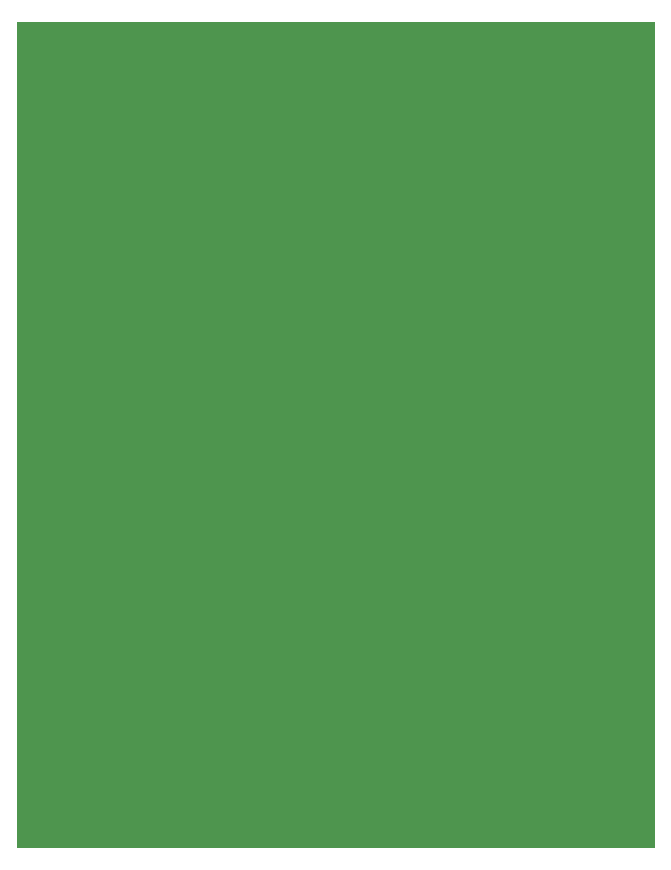
<source format=gbr>
G04 DipTrace 2.3.1.0*
%INBoard.gbr*%
%MOMM*%
%ADD11C,0.14*%
%FSLAX53Y53*%
G04*
G71*
G90*
G75*
G01*
%LNBoardPoly*%
%LPD*%
G36*
X10000Y80000D2*
D11*
X64000D1*
Y10000D1*
X10000D1*
Y80000D1*
G37*
M02*

</source>
